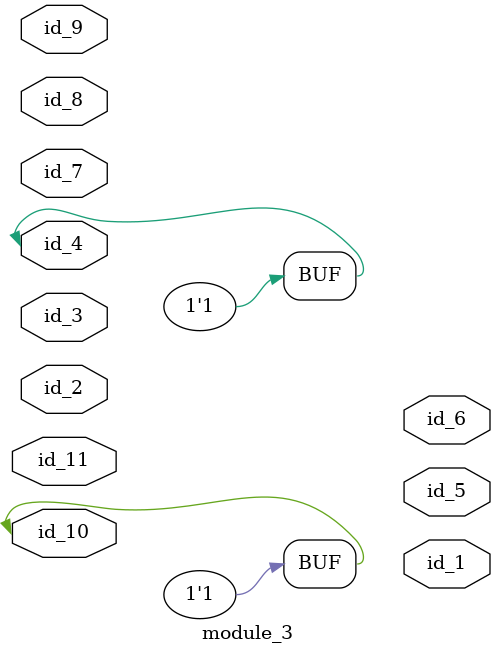
<source format=v>
module module_0;
endmodule
module module_1 (
    id_1,
    id_2,
    id_3,
    id_4,
    id_5,
    id_6,
    id_7,
    id_8,
    id_9
);
  input wire id_9;
  module_0 modCall_1 ();
  input wire id_8;
  output wire id_7;
  input wire id_6;
  input wire id_5;
  output wire id_4;
  output wire id_3;
  inout wire id_2;
  input wire id_1;
endmodule
module module_2 ();
  module_0 modCall_1 ();
endmodule
module module_3 (
    id_1,
    id_2,
    id_3,
    id_4,
    id_5,
    id_6,
    id_7,
    id_8,
    id_9,
    id_10,
    id_11
);
  input wire id_11;
  inout wire id_10;
  input wire id_9;
  inout wire id_8;
  input wire id_7;
  output wire id_6;
  output wire id_5;
  inout tri id_4;
  inout wire id_3;
  inout wire id_2;
  output wire id_1;
  module_0 modCall_1 ();
  assign id_4 = id_10;
  wire id_12;
  assign id_4 = -1;
endmodule

</source>
